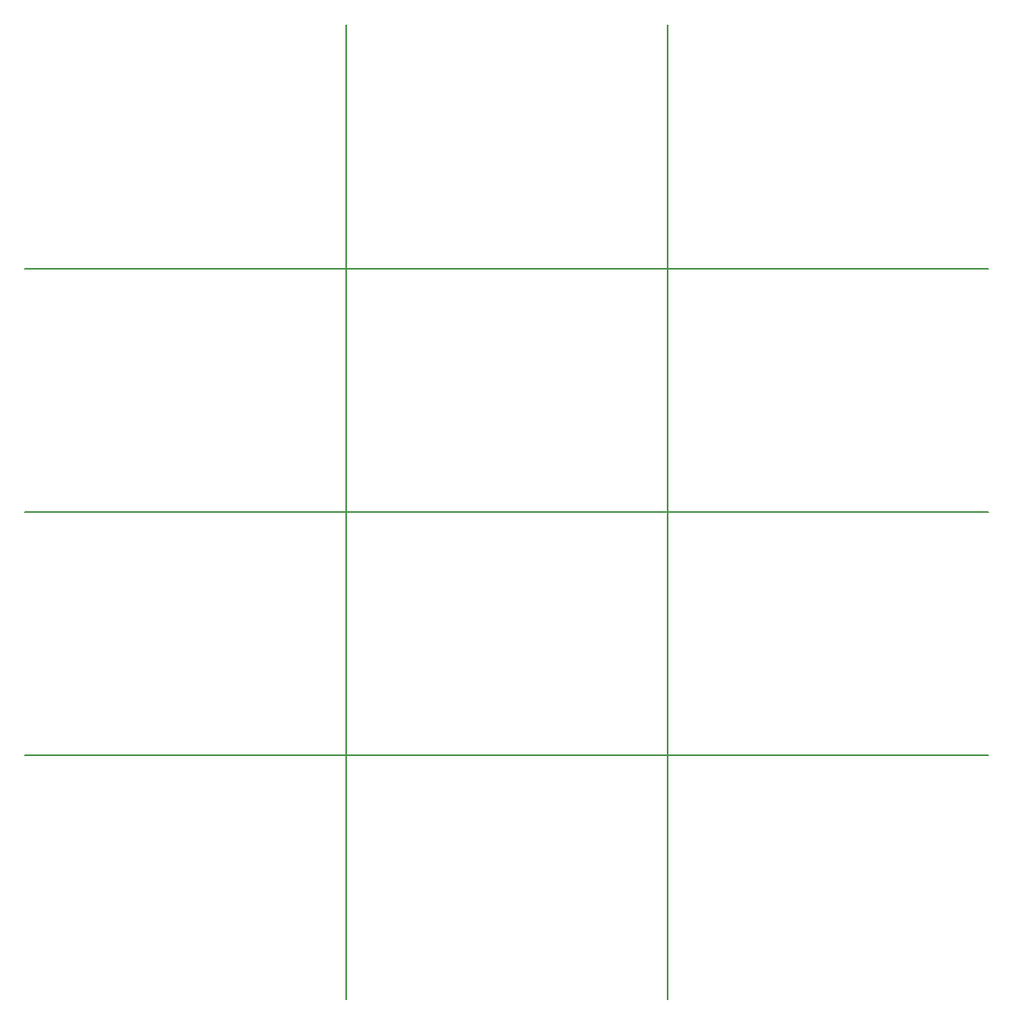
<source format=gbr>
%TF.GenerationSoftware,KiCad,Pcbnew,(5.1.9)-1*%
%TF.CreationDate,2021-08-15T14:18:07+02:00*%
%TF.ProjectId,IM350_AM550_5V_V3.0_multi,494d3335-305f-4414-9d35-35305f35565f,rev?*%
%TF.SameCoordinates,Original*%
%TF.FileFunction,Other,ECO1*%
%FSLAX46Y46*%
G04 Gerber Fmt 4.6, Leading zero omitted, Abs format (unit mm)*
G04 Created by KiCad (PCBNEW (5.1.9)-1) date 2021-08-15 14:18:07*
%MOMM*%
%LPD*%
G01*
G04 APERTURE LIST*
%ADD10C,0.150000*%
G04 APERTURE END LIST*
D10*
X115000000Y-45250000D02*
X115000000Y-145250000D01*
X82000000Y-45250000D02*
X82000000Y-145250000D01*
X49000000Y-120250000D02*
X148000000Y-120250000D01*
X49000000Y-95250000D02*
X148000000Y-95250000D01*
X49000000Y-70250000D02*
X148000000Y-70250000D01*
M02*

</source>
